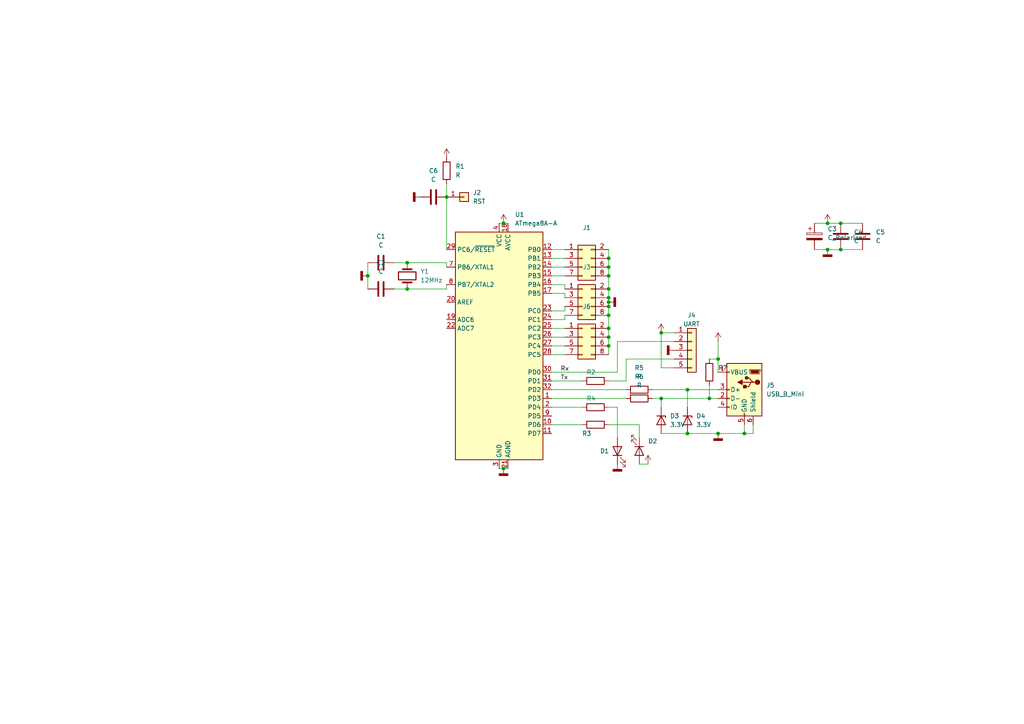
<source format=kicad_sch>
(kicad_sch (version 20211123) (generator eeschema)
  (paper "A4")
  (lib_symbols
    (symbol "Connector:USB_B_Mini" (pin_names (offset 1.016))
      (property "Reference" "J" (at -5.08 11.43 0))
      (property "Value" "USB_B_Mini" (at -5.08 8.89 0))
      (symbol "USB_B_Mini_0_1"
        (rectangle (start -5.08 -7.62) (end 5.08 7.62) (stroke (width 0.254)) (fill (type background)))
        (circle (center -3.81 2.159) (radius 0.635) (stroke (width 0.254)) (fill (type outline)))
        (circle (center -0.635 3.429) (radius 0.381) (stroke (width 0.254)) (fill (type outline)))
        (rectangle (start -0.127 -7.62) (end 0.127 -6.858))
        (polyline (pts (xy -1.905 2.159) (xy 0.635 2.159)) (stroke (width 0.254)))
        (polyline (pts (xy -3.175 2.159) (xy -2.54 2.159) (xy -1.27 3.429) (xy -0.635 3.429)) (stroke (width 0.254)))
        (polyline (pts (xy -2.54 2.159) (xy -1.905 2.159) (xy -1.27 0.889) (xy 0 0.889)) (stroke (width 0.254)))
        (polyline (pts (xy 0.635 2.794) (xy 0.635 1.524) (xy 1.905 2.159) (xy 0.635 2.794)) (stroke (width 0.254)) (fill (type outline)))
        (polyline (pts (xy -4.318 5.588) (xy -1.778 5.588) (xy -2.032 4.826) (xy -4.064 4.826) (xy -4.318 5.588)) (fill (type outline)))
        (polyline (pts (xy -4.699 5.842) (xy -4.699 5.588) (xy -4.445 4.826) (xy -4.445 4.572) (xy -1.651 4.572) (xy -1.651 4.826) (xy -1.397 5.588) (xy -1.397 5.842) (xy -4.699 5.842)))
        (rectangle (start 0.254 1.27) (end -0.508 0.508) (stroke (width 0.254)) (fill (type outline)))
        (rectangle (start 5.08 -5.207) (end 4.318 -4.953))
        (rectangle (start 5.08 -2.667) (end 4.318 -2.413))
        (rectangle (start 5.08 -0.127) (end 4.318 0.127))
        (rectangle (start 5.08 4.953) (end 4.318 5.207))
      )
      (symbol "USB_B_Mini_1_1"
        (pin power_out line (at 7.62 5.08 180) (length 2.54) (name "VBUS") (number "1"))
        (pin bidirectional line (at 7.62 -2.54 180) (length 2.54) (name "D-") (number "2"))
        (pin bidirectional line (at 7.62 0 180) (length 2.54) (name "D+") (number "3"))
        (pin passive line (at 7.62 -5.08 180) (length 2.54) (name "ID") (number "4"))
        (pin power_out line (at 0 -10.16 90) (length 2.54) (name "GND") (number "5"))
        (pin passive line (at -2.54 -10.16 90) (length 2.54) (name "Shield") (number "6"))
      )
    )
    (symbol "Connector_Generic:Conn_01x01" (pin_names (offset 1.016) hide)
      (property "Reference" "J" (at 0 2.54 0))
      (property "Value" "Conn_01x01" (at 0 -2.54 0))
      (symbol "Conn_01x01_1_1"
        (rectangle (start -1.27 0.127) (end 0 -0.127) (stroke (width 0.1524)))
        (rectangle (start -1.27 1.27) (end 1.27 -1.27) (stroke (width 0.254)) (fill (type background)))
        (pin passive line (at -5.08 0 0) (length 3.81) (name "Pin_1") (number "1"))
      )
    )
    (symbol "Connector_Generic:Conn_01x05" (pin_names (offset 1.016) hide)
      (property "Reference" "J" (at 0 7.62 0))
      (property "Value" "Conn_01x05" (at 0 -7.62 0))
      (symbol "Conn_01x05_1_1"
        (rectangle (start -1.27 -4.953) (end 0 -5.207) (stroke (width 0.1524)))
        (rectangle (start -1.27 -2.413) (end 0 -2.667) (stroke (width 0.1524)))
        (rectangle (start -1.27 0.127) (end 0 -0.127) (stroke (width 0.1524)))
        (rectangle (start -1.27 2.667) (end 0 2.413) (stroke (width 0.1524)))
        (rectangle (start -1.27 5.207) (end 0 4.953) (stroke (width 0.1524)))
        (rectangle (start -1.27 6.35) (end 1.27 -6.35) (stroke (width 0.254)) (fill (type background)))
        (pin passive line (at -5.08 5.08 0) (length 3.81) (name "Pin_1") (number "1"))
        (pin passive line (at -5.08 2.54 0) (length 3.81) (name "Pin_2") (number "2"))
        (pin passive line (at -5.08 0 0) (length 3.81) (name "Pin_3") (number "3"))
        (pin passive line (at -5.08 -2.54 0) (length 3.81) (name "Pin_4") (number "4"))
        (pin passive line (at -5.08 -5.08 0) (length 3.81) (name "Pin_5") (number "5"))
      )
    )
    (symbol "Connector_Generic:Conn_02x04_Odd_Even" (pin_names (offset 1.016) hide)
      (property "Reference" "J" (at 1.27 5.08 0))
      (property "Value" "Conn_02x04_Odd_Even" (at 1.27 -7.62 0))
      (symbol "Conn_02x04_Odd_Even_1_1"
        (rectangle (start -1.27 -4.953) (end 0 -5.207) (stroke (width 0.1524)))
        (rectangle (start -1.27 -2.413) (end 0 -2.667) (stroke (width 0.1524)))
        (rectangle (start -1.27 0.127) (end 0 -0.127) (stroke (width 0.1524)))
        (rectangle (start -1.27 2.667) (end 0 2.413) (stroke (width 0.1524)))
        (rectangle (start -1.27 3.81) (end 3.81 -6.35) (stroke (width 0.254)) (fill (type background)))
        (rectangle (start 3.81 -4.953) (end 2.54 -5.207) (stroke (width 0.1524)))
        (rectangle (start 3.81 -2.413) (end 2.54 -2.667) (stroke (width 0.1524)))
        (rectangle (start 3.81 0.127) (end 2.54 -0.127) (stroke (width 0.1524)))
        (rectangle (start 3.81 2.667) (end 2.54 2.413) (stroke (width 0.1524)))
        (pin passive line (at -5.08 2.54 0) (length 3.81) (name "Pin_1") (number "1"))
        (pin passive line (at 7.62 2.54 180) (length 3.81) (name "Pin_2") (number "2"))
        (pin passive line (at -5.08 0 0) (length 3.81) (name "Pin_3") (number "3"))
        (pin passive line (at 7.62 0 180) (length 3.81) (name "Pin_4") (number "4"))
        (pin passive line (at -5.08 -2.54 0) (length 3.81) (name "Pin_5") (number "5"))
        (pin passive line (at 7.62 -2.54 180) (length 3.81) (name "Pin_6") (number "6"))
        (pin passive line (at -5.08 -5.08 0) (length 3.81) (name "Pin_7") (number "7"))
        (pin passive line (at 7.62 -5.08 180) (length 3.81) (name "Pin_8") (number "8"))
      )
    )
    (symbol "Device:C" (pin_numbers hide) (pin_names (offset 0.254))
      (property "Reference" "C" (at 0.635 2.54 0))
      (property "Value" "C" (at 0.635 -2.54 0))
      (symbol "C_0_1"
        (polyline (pts (xy -2.032 -0.762) (xy 2.032 -0.762)) (stroke (width 0.508)))
        (polyline (pts (xy -2.032 0.762) (xy 2.032 0.762)) (stroke (width 0.508)))
      )
      (symbol "C_1_1"
        (pin passive line (at 0 3.81 270) (length 2.794) (name "~") (number "1"))
        (pin passive line (at 0 -3.81 90) (length 2.794) (name "~") (number "2"))
      )
    )
    (symbol "Device:C_Polarized" (pin_numbers hide) (pin_names (offset 0.254))
      (property "Reference" "C" (at 0.635 2.54 0))
      (property "Value" "C_Polarized" (at 0.635 -2.54 0))
      (symbol "C_Polarized_0_1"
        (rectangle (start -2.286 0.508) (end 2.286 1.016))
        (polyline (pts (xy -1.778 2.286) (xy -0.762 2.286)))
        (polyline (pts (xy -1.27 2.794) (xy -1.27 1.778)))
        (rectangle (start 2.286 -0.508) (end -2.286 -1.016) (fill (type outline)))
      )
      (symbol "C_Polarized_1_1"
        (pin passive line (at 0 3.81 270) (length 2.794) (name "~") (number "1"))
        (pin passive line (at 0 -3.81 90) (length 2.794) (name "~") (number "2"))
      )
    )
    (symbol "Device:Crystal" (pin_numbers hide) (pin_names (offset 1.016) hide)
      (property "Reference" "Y" (at 0 3.81 0))
      (property "Value" "Crystal" (at 0 -3.81 0))
      (symbol "Crystal_0_1"
        (rectangle (start -1.143 2.54) (end 1.143 -2.54) (stroke (width 0.3048)))
        (polyline (pts (xy -2.54 0) (xy -1.905 0)))
        (polyline (pts (xy -1.905 -1.27) (xy -1.905 1.27)) (stroke (width 0.508)))
        (polyline (pts (xy 1.905 -1.27) (xy 1.905 1.27)) (stroke (width 0.508)))
        (polyline (pts (xy 2.54 0) (xy 1.905 0)))
      )
      (symbol "Crystal_1_1"
        (pin passive line (at -3.81 0 0) (length 1.27) (name "1") (number "1"))
        (pin passive line (at 3.81 0 180) (length 1.27) (name "2") (number "2"))
      )
    )
    (symbol "Device:D_Zener" (pin_numbers hide) (pin_names (offset 1.016) hide)
      (property "Reference" "D" (at 0 2.54 0))
      (property "Value" "D_Zener" (at 0 -2.54 0))
      (symbol "D_Zener_0_1"
        (polyline (pts (xy 1.27 0) (xy -1.27 0)))
        (polyline (pts (xy -1.27 -1.27) (xy -1.27 1.27) (xy -0.762 1.27)) (stroke (width 0.254)))
        (polyline (pts (xy 1.27 -1.27) (xy 1.27 1.27) (xy -1.27 0) (xy 1.27 -1.27)) (stroke (width 0.254)))
      )
      (symbol "D_Zener_1_1"
        (pin passive line (at -3.81 0 0) (length 2.54) (name "K") (number "1"))
        (pin passive line (at 3.81 0 180) (length 2.54) (name "A") (number "2"))
      )
    )
    (symbol "Device:LED" (pin_numbers hide) (pin_names (offset 1.016) hide)
      (property "Reference" "D" (at 0 2.54 0))
      (property "Value" "LED" (at 0 -2.54 0))
      (symbol "LED_0_1"
        (polyline (pts (xy -1.27 -1.27) (xy -1.27 1.27)) (stroke (width 0.254)))
        (polyline (pts (xy -1.27 0) (xy 1.27 0)))
        (polyline (pts (xy 1.27 -1.27) (xy 1.27 1.27) (xy -1.27 0) (xy 1.27 -1.27)) (stroke (width 0.254)))
        (polyline (pts (xy -3.048 -0.762) (xy -4.572 -2.286) (xy -3.81 -2.286) (xy -4.572 -2.286) (xy -4.572 -1.524)))
        (polyline (pts (xy -1.778 -0.762) (xy -3.302 -2.286) (xy -2.54 -2.286) (xy -3.302 -2.286) (xy -3.302 -1.524)))
      )
      (symbol "LED_1_1"
        (pin passive line (at -3.81 0 0) (length 2.54) (name "K") (number "1"))
        (pin passive line (at 3.81 0 180) (length 2.54) (name "A") (number "2"))
      )
    )
    (symbol "Device:R" (pin_numbers hide) (pin_names (offset 0))
      (property "Reference" "R" (at 2.032 0 90))
      (property "Value" "R" (at 0 0 90))
      (symbol "R_0_1"
        (rectangle (start -1.016 -2.54) (end 1.016 2.54) (stroke (width 0.254)))
      )
      (symbol "R_1_1"
        (pin passive line (at 0 3.81 270) (length 1.27) (name "~") (number "1"))
        (pin passive line (at 0 -3.81 90) (length 1.27) (name "~") (number "2"))
      )
    )
    (symbol "MCU_Microchip_ATmega:ATmega8A-A"
      (property "Reference" "U" (at -12.7 34.29 0))
      (property "Value" "ATmega8A-A" (at 5.08 -34.29 0))
      (symbol "ATmega8A-A_0_1"
        (rectangle (start -12.7 -33.02) (end 12.7 33.02) (stroke (width 0.254)) (fill (type background)))
      )
      (symbol "ATmega8A-A_1_1"
        (pin bidirectional line (at 15.24 -15.24 180) (length 2.54) (name "PD3") (number "1"))
        (pin bidirectional line (at 15.24 -22.86 180) (length 2.54) (name "PD6") (number "10"))
        (pin bidirectional line (at 15.24 -25.4 180) (length 2.54) (name "PD7") (number "11"))
        (pin bidirectional line (at 15.24 27.94 180) (length 2.54) (name "PB0") (number "12"))
        (pin bidirectional line (at 15.24 25.4 180) (length 2.54) (name "PB1") (number "13"))
        (pin bidirectional line (at 15.24 22.86 180) (length 2.54) (name "PB2") (number "14"))
        (pin bidirectional line (at 15.24 20.32 180) (length 2.54) (name "PB3") (number "15"))
        (pin bidirectional line (at 15.24 17.78 180) (length 2.54) (name "PB4") (number "16"))
        (pin bidirectional line (at 15.24 15.24 180) (length 2.54) (name "PB5") (number "17"))
        (pin power_in line (at 2.54 35.56 270) (length 2.54) (name "AVCC") (number "18"))
        (pin input line (at -15.24 7.62 0) (length 2.54) (name "ADC6") (number "19"))
        (pin bidirectional line (at 15.24 -17.78 180) (length 2.54) (name "PD4") (number "2"))
        (pin passive line (at -15.24 12.7 0) (length 2.54) (name "AREF") (number "20"))
        (pin power_in line (at 2.54 -35.56 90) (length 2.54) (name "AGND") (number "21"))
        (pin input line (at -15.24 5.08 0) (length 2.54) (name "ADC7") (number "22"))
        (pin bidirectional line (at 15.24 10.16 180) (length 2.54) (name "PC0") (number "23"))
        (pin bidirectional line (at 15.24 7.62 180) (length 2.54) (name "PC1") (number "24"))
        (pin bidirectional line (at 15.24 5.08 180) (length 2.54) (name "PC2") (number "25"))
        (pin bidirectional line (at 15.24 2.54 180) (length 2.54) (name "PC3") (number "26"))
        (pin bidirectional line (at 15.24 0 180) (length 2.54) (name "PC4") (number "27"))
        (pin bidirectional line (at 15.24 -2.54 180) (length 2.54) (name "PC5") (number "28"))
        (pin bidirectional line (at -15.24 27.94 0) (length 2.54) (name "PC6/~{RESET}") (number "29"))
        (pin power_in line (at 0 -35.56 90) (length 2.54) (name "GND") (number "3"))
        (pin bidirectional line (at 15.24 -7.62 180) (length 2.54) (name "PD0") (number "30"))
        (pin bidirectional line (at 15.24 -10.16 180) (length 2.54) (name "PD1") (number "31"))
        (pin bidirectional line (at 15.24 -12.7 180) (length 2.54) (name "PD2") (number "32"))
        (pin power_in line (at 0 35.56 270) (length 2.54) (name "VCC") (number "4"))
        (pin passive line (at 0 -35.56 90) (length 2.54) hide (name "GND") (number "5"))
        (pin passive line (at 0 35.56 270) (length 2.54) hide (name "VCC") (number "6"))
        (pin bidirectional line (at -15.24 22.86 0) (length 2.54) (name "PB6/XTAL1") (number "7"))
        (pin bidirectional line (at -15.24 17.78 0) (length 2.54) (name "PB7/XTAL2") (number "8"))
        (pin bidirectional line (at 15.24 -20.32 180) (length 2.54) (name "PD5") (number "9"))
      )
    )
    (symbol "power:GNDD" (power) (pin_names (offset 0))
      (property "Value" "GNDD" (at 0 -3.175 0))
      (symbol "GNDD_0_1"
        (rectangle (start -1.27 -1.524) (end 1.27 -2.032) (stroke (width 0.254)) (fill (type outline)))
        (polyline (pts (xy 0 0) (xy 0 -1.524)))
      )
      (symbol "GNDD_1_1"
        (pin power_in line (at 0 0 270) (length 0) hide (name "GNDD") (number "1"))
      )
    )
    (symbol "power:VCC" (power) (pin_names (offset 0))
      (property "Value" "VCC" (at 0 3.81 0))
      (symbol "VCC_0_1"
        (polyline (pts (xy -0.762 1.27) (xy 0 2.54)))
        (polyline (pts (xy 0 0) (xy 0 2.54)))
        (polyline (pts (xy 0 2.54) (xy 0.762 1.27)))
      )
      (symbol "VCC_1_1"
        (pin power_in line (at 0 0 90) (length 0) hide (name "VCC") (number "1"))
      )
    )
  )
  (junction (at 243.84 64.77))
  (junction (at 176.53 97.79))
  (junction (at 191.77 96.52))
  (junction (at 176.53 83.82))
  (junction (at 176.53 100.33))
  (junction (at 240.03 72.39))
  (junction (at 176.53 95.25))
  (junction (at 129.54 57.15))
  (junction (at 199.39 113.03))
  (junction (at 176.53 77.47))
  (junction (at 205.74 115.57))
  (junction (at 118.11 76.2))
  (junction (at 176.53 88.9))
  (junction (at 208.28 104.14))
  (junction (at 176.53 86.36))
  (junction (at 243.84 72.39))
  (junction (at 191.77 115.57))
  (junction (at 208.28 125.73))
  (junction (at 106.68 80.01))
  (junction (at 176.53 87.63))
  (junction (at 176.53 74.93))
  (junction (at 146.05 64.77))
  (junction (at 176.53 91.44))
  (junction (at 146.05 135.89))
  (junction (at 199.39 125.73))
  (junction (at 215.9 125.73))
  (junction (at 118.11 83.82))
  (junction (at 176.53 80.01))
  (junction (at 240.03 64.77))
  (wire (pts (xy 176.53 91.44) (xy 176.53 95.25)))
  (wire (pts (xy 199.39 125.73) (xy 208.28 125.73)))
  (wire (pts (xy 240.03 72.39) (xy 243.84 72.39)))
  (wire (pts (xy 205.74 111.76) (xy 205.74 115.57)))
  (wire (pts (xy 179.07 107.95) (xy 179.07 99.06)))
  (wire (pts (xy 199.39 113.03) (xy 199.39 118.11)))
  (wire (pts (xy 129.54 53.34) (xy 129.54 57.15)))
  (wire (pts (xy 205.74 104.14) (xy 208.28 104.14)))
  (wire (pts (xy 176.53 87.63) (xy 176.53 88.9)))
  (wire (pts (xy 243.84 64.77) (xy 250.19 64.77)))
  (wire (pts (xy 191.77 106.68) (xy 191.77 96.52)))
  (wire (pts (xy 176.53 123.19) (xy 185.42 123.19)))
  (wire (pts (xy 160.02 95.25) (xy 163.83 95.25)))
  (wire (pts (xy 208.28 104.14) (xy 208.28 107.95)))
  (wire (pts (xy 118.11 83.82) (xy 129.54 83.82)))
  (wire (pts (xy 176.53 80.01) (xy 176.53 83.82)))
  (wire (pts (xy 176.53 72.39) (xy 176.53 74.93)))
  (wire (pts (xy 114.3 76.2) (xy 118.11 76.2)))
  (wire (pts (xy 236.22 64.77) (xy 240.03 64.77)))
  (wire (pts (xy 160.02 118.11) (xy 168.91 118.11)))
  (wire (pts (xy 129.54 57.15) (xy 129.54 72.39)))
  (wire (pts (xy 146.05 64.77) (xy 147.32 64.77)))
  (wire (pts (xy 160.02 110.49) (xy 168.91 110.49)))
  (wire (pts (xy 176.53 74.93) (xy 176.53 77.47)))
  (wire (pts (xy 176.53 118.11) (xy 179.07 118.11)))
  (wire (pts (xy 195.58 106.68) (xy 191.77 106.68)))
  (wire (pts (xy 179.07 99.06) (xy 195.58 99.06)))
  (wire (pts (xy 160.02 92.71) (xy 163.83 92.71)))
  (wire (pts (xy 176.53 83.82) (xy 176.53 86.36)))
  (wire (pts (xy 208.28 125.73) (xy 215.9 125.73)))
  (wire (pts (xy 176.53 95.25) (xy 176.53 97.79)))
  (wire (pts (xy 160.02 113.03) (xy 181.61 113.03)))
  (wire (pts (xy 160.02 115.57) (xy 181.61 115.57)))
  (wire (pts (xy 176.53 97.79) (xy 176.53 100.33)))
  (wire (pts (xy 191.77 96.52) (xy 195.58 96.52)))
  (wire (pts (xy 176.53 86.36) (xy 176.53 87.63)))
  (wire (pts (xy 191.77 115.57) (xy 191.77 118.11)))
  (wire (pts (xy 163.83 85.09) (xy 163.83 86.36)))
  (wire (pts (xy 189.23 113.03) (xy 199.39 113.03)))
  (wire (pts (xy 160.02 77.47) (xy 163.83 77.47)))
  (wire (pts (xy 185.42 134.62) (xy 187.96 134.62)))
  (wire (pts (xy 176.53 100.33) (xy 176.53 102.87)))
  (wire (pts (xy 160.02 97.79) (xy 163.83 97.79)))
  (wire (pts (xy 208.28 99.06) (xy 208.28 104.14)))
  (wire (pts (xy 185.42 123.19) (xy 185.42 127)))
  (wire (pts (xy 243.84 72.39) (xy 250.19 72.39)))
  (wire (pts (xy 144.78 135.89) (xy 146.05 135.89)))
  (wire (pts (xy 205.74 115.57) (xy 208.28 115.57)))
  (wire (pts (xy 160.02 107.95) (xy 179.07 107.95)))
  (wire (pts (xy 163.83 90.17) (xy 163.83 88.9)))
  (wire (pts (xy 129.54 76.2) (xy 129.54 77.47)))
  (wire (pts (xy 163.83 82.55) (xy 163.83 83.82)))
  (wire (pts (xy 129.54 83.82) (xy 129.54 82.55)))
  (wire (pts (xy 189.23 115.57) (xy 191.77 115.57)))
  (wire (pts (xy 199.39 113.03) (xy 208.28 113.03)))
  (wire (pts (xy 191.77 115.57) (xy 205.74 115.57)))
  (wire (pts (xy 191.77 125.73) (xy 199.39 125.73)))
  (wire (pts (xy 160.02 102.87) (xy 163.83 102.87)))
  (wire (pts (xy 176.53 88.9) (xy 176.53 91.44)))
  (wire (pts (xy 160.02 100.33) (xy 163.83 100.33)))
  (wire (pts (xy 163.83 92.71) (xy 163.83 91.44)))
  (wire (pts (xy 236.22 72.39) (xy 240.03 72.39)))
  (wire (pts (xy 215.9 125.73) (xy 215.9 123.19)))
  (wire (pts (xy 181.61 104.14) (xy 195.58 104.14)))
  (wire (pts (xy 160.02 85.09) (xy 163.83 85.09)))
  (wire (pts (xy 215.9 125.73) (xy 218.44 125.73)))
  (wire (pts (xy 176.53 110.49) (xy 181.61 110.49)))
  (wire (pts (xy 218.44 123.19) (xy 218.44 125.73)))
  (wire (pts (xy 114.3 83.82) (xy 118.11 83.82)))
  (wire (pts (xy 146.05 135.89) (xy 147.32 135.89)))
  (wire (pts (xy 106.68 80.01) (xy 106.68 83.82)))
  (wire (pts (xy 240.03 64.77) (xy 243.84 64.77)))
  (wire (pts (xy 176.53 77.47) (xy 176.53 80.01)))
  (wire (pts (xy 160.02 123.19) (xy 168.91 123.19)))
  (wire (pts (xy 160.02 72.39) (xy 163.83 72.39)))
  (wire (pts (xy 160.02 82.55) (xy 163.83 82.55)))
  (wire (pts (xy 144.78 64.77) (xy 146.05 64.77)))
  (wire (pts (xy 181.61 110.49) (xy 181.61 104.14)))
  (wire (pts (xy 160.02 80.01) (xy 163.83 80.01)))
  (wire (pts (xy 179.07 118.11) (xy 179.07 127)))
  (wire (pts (xy 106.68 76.2) (xy 106.68 80.01)))
  (wire (pts (xy 160.02 74.93) (xy 163.83 74.93)))
  (wire (pts (xy 160.02 90.17) (xy 163.83 90.17)))
  (wire (pts (xy 118.11 76.2) (xy 129.54 76.2)))
  (label "Tx" (at 162.56 110.49 0))
  (label "Rx" (at 162.56 107.95 0))
  (symbol (lib_id "Device:R") (at 185.42 115.57 90) (unit 1)
    (property "Reference" "R6" (at 185.42 109.22 90))
    (property "Value" "R" (at 185.42 111.76 90))
    (property "Footprint" "Resistor_SMD:R_0805_2012Metric" (effects hide))
  )
  (symbol (lib_id "Device:C") (at 110.49 76.2 90) (unit 1)
    (property "Reference" "C1" (at 110.49 68.58 90))
    (property "Value" "C" (at 110.49 71.12 90))
    (property "Footprint" "Capacitor_THT:C_Disc_D3.4mm_W2.1mm_P2.50mm" (effects hide))
  )
  (symbol (lib_id "Device:C") (at 110.49 83.82 90) (unit 1)
    (property "Reference" "C2" (at 110.49 76.2 90))
    (property "Value" "C" (at 110.49 78.74 90))
    (property "Footprint" "Capacitor_THT:C_Disc_D3.4mm_W2.1mm_P2.50mm" (effects hide))
  )
  (symbol (lib_id "Device:R") (at 185.42 113.03 90) (unit 1)
    (property "Reference" "R5" (at 185.42 106.68 90))
    (property "Value" "R" (at 185.42 109.22 90))
    (property "Footprint" "Resistor_SMD:R_0805_2012Metric" (effects hide))
  )
  (symbol (lib_id "power:GNDD") (at 106.68 80.01 270) (unit 1)
    (property "Reference" "#PWR0105" (effects hide))
    (property "Value" "GNDD" (effects hide))
  )
  (symbol (lib_id "Connector_Generic:Conn_02x04_Odd_Even") (at 168.91 97.79 0) (unit 1)
    (property "Reference" "J6" (at 170.18 88.9 0))
    (property "Value" "Conn_02x04_Odd_Even" (effects hide))
    (property "Footprint" "Connector_PinHeader_2.54mm:PinHeader_2x04_P2.54mm_Horizontal" (effects hide))
  )
  (symbol (lib_id "power:GNDD") (at 176.53 87.63 90) (unit 1)
    (property "Reference" "#PWR0108" (effects hide))
    (property "Value" "GNDD" (effects hide))
  )
  (symbol (lib_id "Connector_Generic:Conn_02x04_Odd_Even") (at 168.91 86.36 0) (unit 1)
    (property "Reference" "J3" (at 170.18 77.47 0))
    (property "Value" "Conn_02x04_Odd_Even" (effects hide))
    (property "Footprint" "Connector_PinHeader_2.54mm:PinHeader_2x04_P2.54mm_Horizontal" (effects hide))
  )
  (symbol (lib_id "Device:R") (at 129.54 49.53 180) (unit 1)
    (property "Reference" "R1" (at 132.08 48.2599 0) (effects (justify right)))
    (property "Value" "R" (at 132.08 50.7999 0) (effects (justify right)))
    (property "Footprint" "Resistor_SMD:R_0805_2012Metric" (effects hide))
  )
  (symbol (lib_id "power:VCC") (at 129.54 45.72 0) (unit 1)
    (property "Reference" "#PWR0102" (effects hide))
    (property "Value" "VCC" (effects hide))
  )
  (symbol (lib_id "power:VCC") (at 187.96 134.62 0) (unit 1)
    (property "Reference" "#PWR0103" (effects hide))
    (property "Value" "VCC" (effects hide))
  )
  (symbol (lib_id "Device:C") (at 125.73 57.15 90) (unit 1)
    (property "Reference" "C6" (at 125.73 49.53 90))
    (property "Value" "C" (at 125.73 52.07 90))
    (property "Footprint" "Capacitor_SMD:C_1206_3216Metric" (effects hide))
  )
  (symbol (lib_id "power:VCC") (at 208.28 99.06 0) (unit 1)
    (property "Reference" "#PWR0106" (effects hide))
    (property "Value" "VCC" (effects hide))
  )
  (symbol (lib_id "Connector_Generic:Conn_01x01") (at 134.62 57.15 0) (unit 1)
    (property "Reference" "J2" (at 137.16 55.8799 0) (effects (justify left)))
    (property "Value" "RST" (at 137.16 58.4199 0) (effects (justify left)))
    (property "Footprint" "Connector_PinHeader_2.54mm:PinHeader_1x01_P2.54mm_Vertical" (effects hide))
  )
  (symbol (lib_id "Device:C_Polarized") (at 236.22 68.58 0) (unit 1)
    (property "Reference" "C3" (at 240.03 66.4209 0) (effects (justify left)))
    (property "Value" "C_Polarized" (at 240.03 68.9609 0) (effects (justify left)))
    (property "Footprint" "Capacitor_THT:CP_Radial_D10.0mm_P5.00mm" (effects hide))
  )
  (symbol (lib_id "MCU_Microchip_ATmega:ATmega8A-A") (at 144.78 100.33 0) (unit 1)
    (property "Reference" "U1" (at 149.3394 62.23 0) (effects (justify left)))
    (property "Value" "ATmega8A-A" (at 149.3394 64.77 0) (effects (justify left)))
    (property "Footprint" "Package_QFP:TQFP-32_7x7mm_P0.8mm" (effects hide))
    (property "Datasheet" "http://ww1.microchip.com/downloads/en/DeviceDoc/Microchip%208bit%20mcu%20AVR%20ATmega8A%20data%20sheet%2040001974A.pdf" (effects hide))
  )
  (symbol (lib_id "power:GNDD") (at 121.92 57.15 270) (unit 1)
    (property "Reference" "#PWR0104" (effects hide))
    (property "Value" "GNDD" (effects hide))
  )
  (symbol (lib_id "power:GNDD") (at 179.07 134.62 0) (unit 1)
    (property "Reference" "#PWR0115" (effects hide))
    (property "Value" "GNDD" (effects hide))
  )
  (symbol (lib_id "Device:Crystal") (at 118.11 80.01 90) (unit 1)
    (property "Reference" "Y1" (at 121.92 78.7399 90) (effects (justify right)))
    (property "Value" "12MHz" (at 121.92 81.2799 90) (effects (justify right)))
    (property "Footprint" "Crystal:Crystal_HC49-U_Vertical" (effects hide))
  )
  (symbol (lib_id "Device:LED") (at 185.42 130.81 270) (unit 1)
    (property "Reference" "D2" (at 187.96 127.9524 90) (effects (justify left)))
    (property "Value" "LED" (effects hide))
    (property "Footprint" "LED_THT:LED_D5.0mm_Horizontal_O3.81mm_Z9.0mm" (effects hide))
  )
  (symbol (lib_id "power:GNDD") (at 146.05 135.89 0) (unit 1)
    (property "Reference" "#PWR0114" (effects hide))
    (property "Value" "GNDD" (effects hide))
  )
  (symbol (lib_id "power:VCC") (at 191.77 96.52 0) (unit 1)
    (property "Reference" "#PWR0110" (effects hide))
    (property "Value" "VCC" (effects hide))
  )
  (symbol (lib_id "Device:R") (at 172.72 110.49 90) (unit 1)
    (property "Reference" "R2" (at 171.45 107.95 90))
    (property "Value" "R" (effects hide))
    (property "Footprint" "Resistor_SMD:R_0805_2012Metric" (effects hide))
  )
  (symbol (lib_id "Device:R") (at 172.72 118.11 90) (unit 1)
    (property "Reference" "R4" (at 171.45 115.57 90))
    (property "Value" "R" (effects hide))
    (property "Footprint" "Resistor_SMD:R_0805_2012Metric" (effects hide))
  )
  (symbol (lib_id "power:VCC") (at 146.05 64.77 0) (unit 1)
    (property "Reference" "#PWR0101" (effects hide))
    (property "Value" "VCC" (effects hide))
  )
  (symbol (lib_id "Device:C") (at 243.84 68.58 180) (unit 1)
    (property "Reference" "C4" (at 247.65 67.3099 0) (effects (justify right)))
    (property "Value" "C" (at 247.65 69.8499 0) (effects (justify right)))
    (property "Footprint" "Capacitor_THT:C_Disc_D5.0mm_W2.5mm_P5.00mm" (effects hide))
  )
  (symbol (lib_id "Device:D_Zener") (at 199.39 121.92 270) (unit 1)
    (property "Reference" "D4" (at 201.93 120.6499 90) (effects (justify left)))
    (property "Value" "3.3V" (at 201.93 123.1899 90) (effects (justify left)))
    (property "Footprint" "Diode_THT:D_5W_P10.16mm_Horizontal" (effects hide))
  )
  (symbol (lib_id "Device:LED") (at 179.07 130.81 90) (unit 1)
    (property "Reference" "D1" (at 173.99 130.81 90) (effects (justify right)))
    (property "Value" "LED" (effects hide))
    (property "Footprint" "LED_THT:LED_D5.0mm_Horizontal_O3.81mm_Z9.0mm" (effects hide))
  )
  (symbol (lib_id "Device:R") (at 172.72 123.19 90) (unit 1)
    (property "Reference" "R3" (at 170.18 125.73 90))
    (property "Value" "R" (effects hide))
    (property "Footprint" "Resistor_SMD:R_0805_2012Metric" (effects hide))
  )
  (symbol (lib_id "Connector_Generic:Conn_02x04_Odd_Even") (at 168.91 74.93 0) (unit 1)
    (property "Reference" "J1" (at 170.18 66.04 0))
    (property "Value" "Conn_02x04_Odd_Even" (effects hide))
    (property "Footprint" "Connector_PinHeader_2.54mm:PinHeader_2x04_P2.54mm_Horizontal" (effects hide))
  )
  (symbol (lib_id "Device:D_Zener") (at 191.77 121.92 270) (unit 1)
    (property "Reference" "D3" (at 194.31 120.6499 90) (effects (justify left)))
    (property "Value" "3.3V" (at 194.31 123.1899 90) (effects (justify left)))
    (property "Footprint" "Diode_THT:D_5W_P10.16mm_Horizontal" (effects hide))
  )
  (symbol (lib_id "power:GNDD") (at 208.28 125.73 0) (unit 1)
    (property "Reference" "#PWR0109" (effects hide))
    (property "Value" "GNDD" (effects hide))
  )
  (symbol (lib_id "Connector_Generic:Conn_01x05") (at 200.66 101.6 0) (unit 1)
    (property "Reference" "J4" (at 199.39 91.44 0) (effects (justify left)))
    (property "Value" "UART" (at 198.12 93.98 0) (effects (justify left)))
    (property "Footprint" "Connector_PinHeader_2.54mm:PinHeader_1x05_P2.54mm_Horizontal" (effects hide))
  )
  (symbol (lib_id "power:GNDD") (at 240.03 72.39 0) (unit 1)
    (property "Reference" "#PWR0112" (effects hide))
    (property "Value" "GNDD" (effects hide))
  )
  (symbol (lib_id "Device:R") (at 205.74 107.95 180) (unit 1)
    (property "Reference" "R7" (at 208.28 106.6799 0) (effects (justify right)))
    (property "Value" "R" (effects hide))
    (property "Footprint" "Resistor_SMD:R_0805_2012Metric" (effects hide))
  )
  (symbol (lib_id "Device:C") (at 250.19 68.58 180) (unit 1)
    (property "Reference" "C5" (at 254 67.3099 0) (effects (justify right)))
    (property "Value" "C" (at 254 69.8499 0) (effects (justify right)))
    (property "Footprint" "Capacitor_THT:C_Disc_D5.0mm_W2.5mm_P5.00mm" (effects hide))
  )
  (symbol (lib_id "power:GNDD") (at 195.58 101.6 270) (unit 1)
    (property "Reference" "#PWR0111" (effects hide))
    (property "Value" "GNDD" (effects hide))
  )
  (symbol (lib_id "Connector:USB_B_Mini") (at 215.9 113.03 0) (mirror y) (unit 1)
    (property "Reference" "J5" (at 222.25 111.7599 0) (effects (justify right)))
    (property "Value" "USB_B_Mini" (at 222.25 114.2999 0) (effects (justify right)))
    (property "Footprint" "userlib_kicad:USB-mini" (effects hide))
  )
  (symbol (lib_id "power:VCC") (at 240.03 64.77 0) (unit 1)
    (property "Reference" "#PWR0113" (effects hide))
    (property "Value" "VCC" (effects hide))
  )
)
</source>
